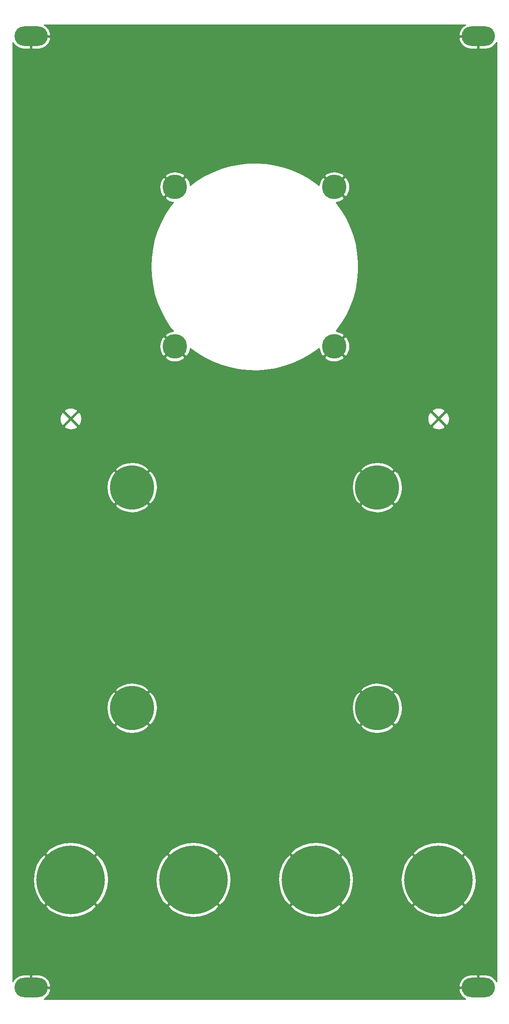
<source format=gbl>
G04 #@! TF.GenerationSoftware,KiCad,Pcbnew,6.0.5-a6ca702e91~116~ubuntu20.04.1*
G04 #@! TF.CreationDate,2022-06-21T20:30:45-04:00*
G04 #@! TF.ProjectId,joystick_panel,6a6f7973-7469-4636-9b5f-70616e656c2e,rev?*
G04 #@! TF.SameCoordinates,Original*
G04 #@! TF.FileFunction,Copper,L2,Bot*
G04 #@! TF.FilePolarity,Positive*
%FSLAX46Y46*%
G04 Gerber Fmt 4.6, Leading zero omitted, Abs format (unit mm)*
G04 Created by KiCad (PCBNEW 6.0.5-a6ca702e91~116~ubuntu20.04.1) date 2022-06-21 20:30:45*
%MOMM*%
%LPD*%
G01*
G04 APERTURE LIST*
G04 #@! TA.AperFunction,ComponentPad*
%ADD10O,6.800000X4.000000*%
G04 #@! TD*
G04 #@! TA.AperFunction,ComponentPad*
%ADD11C,14.000000*%
G04 #@! TD*
G04 #@! TA.AperFunction,ComponentPad*
%ADD12C,9.000000*%
G04 #@! TD*
G04 #@! TA.AperFunction,ComponentPad*
%ADD13C,5.000000*%
G04 #@! TD*
G04 #@! TA.AperFunction,Conductor*
%ADD14C,0.254000*%
G04 #@! TD*
G04 APERTURE END LIST*
D10*
G04 #@! TO.P,H14,1*
G04 #@! TO.N,GND*
X111700000Y-10600000D03*
X111700000Y-204600000D03*
G04 #@! TD*
D11*
G04 #@! TO.P,H1,1*
G04 #@! TO.N,GND*
X78600000Y-182600000D03*
G04 #@! TD*
D10*
G04 #@! TO.P,H11,1*
G04 #@! TO.N,GND*
X20500000Y-10600000D03*
X20500000Y-204600000D03*
G04 #@! TD*
D11*
G04 #@! TO.P,H2,1*
G04 #@! TO.N,GND*
X28600000Y-182600000D03*
G04 #@! TD*
G04 #@! TO.P,H3,1*
G04 #@! TO.N,GND*
X103600000Y-182600000D03*
G04 #@! TD*
G04 #@! TO.P,H4,1*
G04 #@! TO.N,GND*
X53600000Y-182600000D03*
G04 #@! TD*
D12*
G04 #@! TO.P,H5,1*
G04 #@! TO.N,GND*
X41100000Y-102600000D03*
G04 #@! TD*
G04 #@! TO.P,H6,1*
G04 #@! TO.N,GND*
X91100000Y-102600000D03*
G04 #@! TD*
G04 #@! TO.P,H7,1*
G04 #@! TO.N,GND*
X41100000Y-147600000D03*
G04 #@! TD*
G04 #@! TO.P,H8,1*
G04 #@! TO.N,GND*
X91100000Y-147600000D03*
G04 #@! TD*
D13*
G04 #@! TO.P,H9,1*
G04 #@! TO.N,GND*
X49850000Y-41350000D03*
G04 #@! TD*
G04 #@! TO.P,H10,1*
G04 #@! TO.N,GND*
X82350000Y-41350000D03*
G04 #@! TD*
G04 #@! TO.P,H12,1*
G04 #@! TO.N,GND*
X49850000Y-73850000D03*
G04 #@! TD*
G04 #@! TO.P,H13,1*
G04 #@! TO.N,GND*
X82350000Y-73850000D03*
G04 #@! TD*
G04 #@! TO.N,GND*
D14*
X108730475Y-8479635D02*
X108346970Y-8826576D01*
X108038519Y-9241669D01*
X107816975Y-9708962D01*
X107720333Y-10062838D01*
X107827009Y-10473000D01*
X111573000Y-10473000D01*
X111573000Y-10453000D01*
X111827000Y-10453000D01*
X111827000Y-10473000D01*
X111847000Y-10473000D01*
X111847000Y-10727000D01*
X111827000Y-10727000D01*
X111827000Y-13235000D01*
X113227000Y-13235000D01*
X113738623Y-13159593D01*
X114225704Y-12985822D01*
X114669525Y-12720365D01*
X115053030Y-12373424D01*
X115361481Y-11958331D01*
X115415001Y-11845444D01*
X115415000Y-203354554D01*
X115361481Y-203241669D01*
X115053030Y-202826576D01*
X114669525Y-202479635D01*
X114225704Y-202214178D01*
X113738623Y-202040407D01*
X113227000Y-201965000D01*
X111827000Y-201965000D01*
X111827000Y-204473000D01*
X111847000Y-204473000D01*
X111847000Y-204727000D01*
X111827000Y-204727000D01*
X111827000Y-204747000D01*
X111573000Y-204747000D01*
X111573000Y-204727000D01*
X107827009Y-204727000D01*
X107720333Y-205137162D01*
X107816975Y-205491038D01*
X108038519Y-205958331D01*
X108346970Y-206373424D01*
X108730475Y-206720365D01*
X109055888Y-206915000D01*
X23144112Y-206915000D01*
X23469525Y-206720365D01*
X23853030Y-206373424D01*
X24161481Y-205958331D01*
X24383025Y-205491038D01*
X24479667Y-205137162D01*
X24372991Y-204727000D01*
X20627000Y-204727000D01*
X20627000Y-204747000D01*
X20373000Y-204747000D01*
X20373000Y-204727000D01*
X20353000Y-204727000D01*
X20353000Y-204473000D01*
X20373000Y-204473000D01*
X20373000Y-201965000D01*
X20627000Y-201965000D01*
X20627000Y-204473000D01*
X24372991Y-204473000D01*
X24479667Y-204062838D01*
X107720333Y-204062838D01*
X107827009Y-204473000D01*
X111573000Y-204473000D01*
X111573000Y-201965000D01*
X110173000Y-201965000D01*
X109661377Y-202040407D01*
X109174296Y-202214178D01*
X108730475Y-202479635D01*
X108346970Y-202826576D01*
X108038519Y-203241669D01*
X107816975Y-203708962D01*
X107720333Y-204062838D01*
X24479667Y-204062838D01*
X24383025Y-203708962D01*
X24161481Y-203241669D01*
X23853030Y-202826576D01*
X23469525Y-202479635D01*
X23025704Y-202214178D01*
X22538623Y-202040407D01*
X22027000Y-201965000D01*
X20627000Y-201965000D01*
X20373000Y-201965000D01*
X18973000Y-201965000D01*
X18461377Y-202040407D01*
X17974296Y-202214178D01*
X17530475Y-202479635D01*
X17146970Y-202826576D01*
X16838519Y-203241669D01*
X16785000Y-203354554D01*
X16785000Y-188001674D01*
X23377932Y-188001674D01*
X24193908Y-188880530D01*
X25503840Y-189619437D01*
X26932756Y-190088591D01*
X28425743Y-190269963D01*
X29925428Y-190156583D01*
X31374176Y-189752807D01*
X32716314Y-189074153D01*
X33006092Y-188880530D01*
X33822068Y-188001674D01*
X48377932Y-188001674D01*
X49193908Y-188880530D01*
X50503840Y-189619437D01*
X51932756Y-190088591D01*
X53425743Y-190269963D01*
X54925428Y-190156583D01*
X56374176Y-189752807D01*
X57716314Y-189074153D01*
X58006092Y-188880530D01*
X58822068Y-188001674D01*
X73377932Y-188001674D01*
X74193908Y-188880530D01*
X75503840Y-189619437D01*
X76932756Y-190088591D01*
X78425743Y-190269963D01*
X79925428Y-190156583D01*
X81374176Y-189752807D01*
X82716314Y-189074153D01*
X83006092Y-188880530D01*
X83822068Y-188001674D01*
X98377932Y-188001674D01*
X99193908Y-188880530D01*
X100503840Y-189619437D01*
X101932756Y-190088591D01*
X103425743Y-190269963D01*
X104925428Y-190156583D01*
X106374176Y-189752807D01*
X107716314Y-189074153D01*
X108006092Y-188880530D01*
X108822068Y-188001674D01*
X103600000Y-182779605D01*
X98377932Y-188001674D01*
X83822068Y-188001674D01*
X78600000Y-182779605D01*
X73377932Y-188001674D01*
X58822068Y-188001674D01*
X53600000Y-182779605D01*
X48377932Y-188001674D01*
X33822068Y-188001674D01*
X28600000Y-182779605D01*
X23377932Y-188001674D01*
X16785000Y-188001674D01*
X16785000Y-182425743D01*
X20930037Y-182425743D01*
X21043417Y-183925428D01*
X21447193Y-185374176D01*
X22125847Y-186716314D01*
X22319470Y-187006092D01*
X23198326Y-187822068D01*
X28420395Y-182600000D01*
X28779605Y-182600000D01*
X34001674Y-187822068D01*
X34880530Y-187006092D01*
X35619437Y-185696160D01*
X36088591Y-184267244D01*
X36269963Y-182774257D01*
X36243615Y-182425743D01*
X45930037Y-182425743D01*
X46043417Y-183925428D01*
X46447193Y-185374176D01*
X47125847Y-186716314D01*
X47319470Y-187006092D01*
X48198326Y-187822068D01*
X53420395Y-182600000D01*
X53779605Y-182600000D01*
X59001674Y-187822068D01*
X59880530Y-187006092D01*
X60619437Y-185696160D01*
X61088591Y-184267244D01*
X61269963Y-182774257D01*
X61243615Y-182425743D01*
X70930037Y-182425743D01*
X71043417Y-183925428D01*
X71447193Y-185374176D01*
X72125847Y-186716314D01*
X72319470Y-187006092D01*
X73198326Y-187822068D01*
X78420395Y-182600000D01*
X78779605Y-182600000D01*
X84001674Y-187822068D01*
X84880530Y-187006092D01*
X85619437Y-185696160D01*
X86088591Y-184267244D01*
X86269963Y-182774257D01*
X86243615Y-182425743D01*
X95930037Y-182425743D01*
X96043417Y-183925428D01*
X96447193Y-185374176D01*
X97125847Y-186716314D01*
X97319470Y-187006092D01*
X98198326Y-187822068D01*
X103420395Y-182600000D01*
X103779605Y-182600000D01*
X109001674Y-187822068D01*
X109880530Y-187006092D01*
X110619437Y-185696160D01*
X111088591Y-184267244D01*
X111269963Y-182774257D01*
X111156583Y-181274572D01*
X110752807Y-179825824D01*
X110074153Y-178483686D01*
X109880530Y-178193908D01*
X109001674Y-177377932D01*
X103779605Y-182600000D01*
X103420395Y-182600000D01*
X98198326Y-177377932D01*
X97319470Y-178193908D01*
X96580563Y-179503840D01*
X96111409Y-180932756D01*
X95930037Y-182425743D01*
X86243615Y-182425743D01*
X86156583Y-181274572D01*
X85752807Y-179825824D01*
X85074153Y-178483686D01*
X84880530Y-178193908D01*
X84001674Y-177377932D01*
X78779605Y-182600000D01*
X78420395Y-182600000D01*
X73198326Y-177377932D01*
X72319470Y-178193908D01*
X71580563Y-179503840D01*
X71111409Y-180932756D01*
X70930037Y-182425743D01*
X61243615Y-182425743D01*
X61156583Y-181274572D01*
X60752807Y-179825824D01*
X60074153Y-178483686D01*
X59880530Y-178193908D01*
X59001674Y-177377932D01*
X53779605Y-182600000D01*
X53420395Y-182600000D01*
X48198326Y-177377932D01*
X47319470Y-178193908D01*
X46580563Y-179503840D01*
X46111409Y-180932756D01*
X45930037Y-182425743D01*
X36243615Y-182425743D01*
X36156583Y-181274572D01*
X35752807Y-179825824D01*
X35074153Y-178483686D01*
X34880530Y-178193908D01*
X34001674Y-177377932D01*
X28779605Y-182600000D01*
X28420395Y-182600000D01*
X23198326Y-177377932D01*
X22319470Y-178193908D01*
X21580563Y-179503840D01*
X21111409Y-180932756D01*
X20930037Y-182425743D01*
X16785000Y-182425743D01*
X16785000Y-177198326D01*
X23377932Y-177198326D01*
X28600000Y-182420395D01*
X33822068Y-177198326D01*
X48377932Y-177198326D01*
X53600000Y-182420395D01*
X58822068Y-177198326D01*
X73377932Y-177198326D01*
X78600000Y-182420395D01*
X83822068Y-177198326D01*
X98377932Y-177198326D01*
X103600000Y-182420395D01*
X108822068Y-177198326D01*
X108006092Y-176319470D01*
X106696160Y-175580563D01*
X105267244Y-175111409D01*
X103774257Y-174930037D01*
X102274572Y-175043417D01*
X100825824Y-175447193D01*
X99483686Y-176125847D01*
X99193908Y-176319470D01*
X98377932Y-177198326D01*
X83822068Y-177198326D01*
X83006092Y-176319470D01*
X81696160Y-175580563D01*
X80267244Y-175111409D01*
X78774257Y-174930037D01*
X77274572Y-175043417D01*
X75825824Y-175447193D01*
X74483686Y-176125847D01*
X74193908Y-176319470D01*
X73377932Y-177198326D01*
X58822068Y-177198326D01*
X58006092Y-176319470D01*
X56696160Y-175580563D01*
X55267244Y-175111409D01*
X53774257Y-174930037D01*
X52274572Y-175043417D01*
X50825824Y-175447193D01*
X49483686Y-176125847D01*
X49193908Y-176319470D01*
X48377932Y-177198326D01*
X33822068Y-177198326D01*
X33006092Y-176319470D01*
X31696160Y-175580563D01*
X30267244Y-175111409D01*
X28774257Y-174930037D01*
X27274572Y-175043417D01*
X25825824Y-175447193D01*
X24483686Y-176125847D01*
X24193908Y-176319470D01*
X23377932Y-177198326D01*
X16785000Y-177198326D01*
X16785000Y-151224971D01*
X37654634Y-151224971D01*
X38170783Y-151847788D01*
X39055768Y-152337630D01*
X40019314Y-152645407D01*
X41024389Y-152759293D01*
X42032370Y-152674910D01*
X43004520Y-152395501D01*
X43903481Y-151931803D01*
X44029217Y-151847788D01*
X44545366Y-151224971D01*
X87654634Y-151224971D01*
X88170783Y-151847788D01*
X89055768Y-152337630D01*
X90019314Y-152645407D01*
X91024389Y-152759293D01*
X92032370Y-152674910D01*
X93004520Y-152395501D01*
X93903481Y-151931803D01*
X94029217Y-151847788D01*
X94545366Y-151224971D01*
X91100000Y-147779605D01*
X87654634Y-151224971D01*
X44545366Y-151224971D01*
X41100000Y-147779605D01*
X37654634Y-151224971D01*
X16785000Y-151224971D01*
X16785000Y-147524389D01*
X35940707Y-147524389D01*
X36025090Y-148532370D01*
X36304499Y-149504520D01*
X36768197Y-150403481D01*
X36852212Y-150529217D01*
X37475029Y-151045366D01*
X40920395Y-147600000D01*
X41279605Y-147600000D01*
X44724971Y-151045366D01*
X45347788Y-150529217D01*
X45837630Y-149644232D01*
X46145407Y-148680686D01*
X46259293Y-147675611D01*
X46246634Y-147524389D01*
X85940707Y-147524389D01*
X86025090Y-148532370D01*
X86304499Y-149504520D01*
X86768197Y-150403481D01*
X86852212Y-150529217D01*
X87475029Y-151045366D01*
X90920395Y-147600000D01*
X91279605Y-147600000D01*
X94724971Y-151045366D01*
X95347788Y-150529217D01*
X95837630Y-149644232D01*
X96145407Y-148680686D01*
X96259293Y-147675611D01*
X96174910Y-146667630D01*
X95895501Y-145695480D01*
X95431803Y-144796519D01*
X95347788Y-144670783D01*
X94724971Y-144154634D01*
X91279605Y-147600000D01*
X90920395Y-147600000D01*
X87475029Y-144154634D01*
X86852212Y-144670783D01*
X86362370Y-145555768D01*
X86054593Y-146519314D01*
X85940707Y-147524389D01*
X46246634Y-147524389D01*
X46174910Y-146667630D01*
X45895501Y-145695480D01*
X45431803Y-144796519D01*
X45347788Y-144670783D01*
X44724971Y-144154634D01*
X41279605Y-147600000D01*
X40920395Y-147600000D01*
X37475029Y-144154634D01*
X36852212Y-144670783D01*
X36362370Y-145555768D01*
X36054593Y-146519314D01*
X35940707Y-147524389D01*
X16785000Y-147524389D01*
X16785000Y-143975029D01*
X37654634Y-143975029D01*
X41100000Y-147420395D01*
X44545366Y-143975029D01*
X87654634Y-143975029D01*
X91100000Y-147420395D01*
X94545366Y-143975029D01*
X94029217Y-143352212D01*
X93144232Y-142862370D01*
X92180686Y-142554593D01*
X91175611Y-142440707D01*
X90167630Y-142525090D01*
X89195480Y-142804499D01*
X88296519Y-143268197D01*
X88170783Y-143352212D01*
X87654634Y-143975029D01*
X44545366Y-143975029D01*
X44029217Y-143352212D01*
X43144232Y-142862370D01*
X42180686Y-142554593D01*
X41175611Y-142440707D01*
X40167630Y-142525090D01*
X39195480Y-142804499D01*
X38296519Y-143268197D01*
X38170783Y-143352212D01*
X37654634Y-143975029D01*
X16785000Y-143975029D01*
X16785000Y-106224971D01*
X37654634Y-106224971D01*
X38170783Y-106847788D01*
X39055768Y-107337630D01*
X40019314Y-107645407D01*
X41024389Y-107759293D01*
X42032370Y-107674910D01*
X43004520Y-107395501D01*
X43903481Y-106931803D01*
X44029217Y-106847788D01*
X44545366Y-106224971D01*
X87654634Y-106224971D01*
X88170783Y-106847788D01*
X89055768Y-107337630D01*
X90019314Y-107645407D01*
X91024389Y-107759293D01*
X92032370Y-107674910D01*
X93004520Y-107395501D01*
X93903481Y-106931803D01*
X94029217Y-106847788D01*
X94545366Y-106224971D01*
X91100000Y-102779605D01*
X87654634Y-106224971D01*
X44545366Y-106224971D01*
X41100000Y-102779605D01*
X37654634Y-106224971D01*
X16785000Y-106224971D01*
X16785000Y-102524389D01*
X35940707Y-102524389D01*
X36025090Y-103532370D01*
X36304499Y-104504520D01*
X36768197Y-105403481D01*
X36852212Y-105529217D01*
X37475029Y-106045366D01*
X40920395Y-102600000D01*
X41279605Y-102600000D01*
X44724971Y-106045366D01*
X45347788Y-105529217D01*
X45837630Y-104644232D01*
X46145407Y-103680686D01*
X46259293Y-102675611D01*
X46246634Y-102524389D01*
X85940707Y-102524389D01*
X86025090Y-103532370D01*
X86304499Y-104504520D01*
X86768197Y-105403481D01*
X86852212Y-105529217D01*
X87475029Y-106045366D01*
X90920395Y-102600000D01*
X91279605Y-102600000D01*
X94724971Y-106045366D01*
X95347788Y-105529217D01*
X95837630Y-104644232D01*
X96145407Y-103680686D01*
X96259293Y-102675611D01*
X96174910Y-101667630D01*
X95895501Y-100695480D01*
X95431803Y-99796519D01*
X95347788Y-99670783D01*
X94724971Y-99154634D01*
X91279605Y-102600000D01*
X90920395Y-102600000D01*
X87475029Y-99154634D01*
X86852212Y-99670783D01*
X86362370Y-100555768D01*
X86054593Y-101519314D01*
X85940707Y-102524389D01*
X46246634Y-102524389D01*
X46174910Y-101667630D01*
X45895501Y-100695480D01*
X45431803Y-99796519D01*
X45347788Y-99670783D01*
X44724971Y-99154634D01*
X41279605Y-102600000D01*
X40920395Y-102600000D01*
X37475029Y-99154634D01*
X36852212Y-99670783D01*
X36362370Y-100555768D01*
X36054593Y-101519314D01*
X35940707Y-102524389D01*
X16785000Y-102524389D01*
X16785000Y-98975029D01*
X37654634Y-98975029D01*
X41100000Y-102420395D01*
X44545366Y-98975029D01*
X87654634Y-98975029D01*
X91100000Y-102420395D01*
X94545366Y-98975029D01*
X94029217Y-98352212D01*
X93144232Y-97862370D01*
X92180686Y-97554593D01*
X91175611Y-97440707D01*
X90167630Y-97525090D01*
X89195480Y-97804499D01*
X88296519Y-98268197D01*
X88170783Y-98352212D01*
X87654634Y-98975029D01*
X44545366Y-98975029D01*
X44029217Y-98352212D01*
X43144232Y-97862370D01*
X42180686Y-97554593D01*
X41175611Y-97440707D01*
X40167630Y-97525090D01*
X39195480Y-97804499D01*
X38296519Y-98268197D01*
X38170783Y-98352212D01*
X37654634Y-98975029D01*
X16785000Y-98975029D01*
X16785000Y-90162845D01*
X27216761Y-90162845D01*
X27384802Y-90488643D01*
X27776607Y-90689426D01*
X28200055Y-90809914D01*
X28638873Y-90845476D01*
X29076197Y-90794746D01*
X29495221Y-90659674D01*
X29815198Y-90488643D01*
X29983239Y-90162845D01*
X102216761Y-90162845D01*
X102384802Y-90488643D01*
X102776607Y-90689426D01*
X103200055Y-90809914D01*
X103638873Y-90845476D01*
X104076197Y-90794746D01*
X104495221Y-90659674D01*
X104815198Y-90488643D01*
X104983239Y-90162845D01*
X103600000Y-88779605D01*
X102216761Y-90162845D01*
X29983239Y-90162845D01*
X28600000Y-88779605D01*
X27216761Y-90162845D01*
X16785000Y-90162845D01*
X16785000Y-88638873D01*
X26354524Y-88638873D01*
X26405254Y-89076197D01*
X26540326Y-89495221D01*
X26711357Y-89815198D01*
X27037155Y-89983239D01*
X28420395Y-88600000D01*
X28779605Y-88600000D01*
X30162845Y-89983239D01*
X30488643Y-89815198D01*
X30689426Y-89423393D01*
X30809914Y-88999945D01*
X30839175Y-88638873D01*
X101354524Y-88638873D01*
X101405254Y-89076197D01*
X101540326Y-89495221D01*
X101711357Y-89815198D01*
X102037155Y-89983239D01*
X103420395Y-88600000D01*
X103779605Y-88600000D01*
X105162845Y-89983239D01*
X105488643Y-89815198D01*
X105689426Y-89423393D01*
X105809914Y-88999945D01*
X105845476Y-88561127D01*
X105794746Y-88123803D01*
X105659674Y-87704779D01*
X105488643Y-87384802D01*
X105162845Y-87216761D01*
X103779605Y-88600000D01*
X103420395Y-88600000D01*
X102037155Y-87216761D01*
X101711357Y-87384802D01*
X101510574Y-87776607D01*
X101390086Y-88200055D01*
X101354524Y-88638873D01*
X30839175Y-88638873D01*
X30845476Y-88561127D01*
X30794746Y-88123803D01*
X30659674Y-87704779D01*
X30488643Y-87384802D01*
X30162845Y-87216761D01*
X28779605Y-88600000D01*
X28420395Y-88600000D01*
X27037155Y-87216761D01*
X26711357Y-87384802D01*
X26510574Y-87776607D01*
X26390086Y-88200055D01*
X26354524Y-88638873D01*
X16785000Y-88638873D01*
X16785000Y-87037155D01*
X27216761Y-87037155D01*
X28600000Y-88420395D01*
X29983239Y-87037155D01*
X102216761Y-87037155D01*
X103600000Y-88420395D01*
X104983239Y-87037155D01*
X104815198Y-86711357D01*
X104423393Y-86510574D01*
X103999945Y-86390086D01*
X103561127Y-86354524D01*
X103123803Y-86405254D01*
X102704779Y-86540326D01*
X102384802Y-86711357D01*
X102216761Y-87037155D01*
X29983239Y-87037155D01*
X29815198Y-86711357D01*
X29423393Y-86510574D01*
X28999945Y-86390086D01*
X28561127Y-86354524D01*
X28123803Y-86405254D01*
X27704779Y-86540326D01*
X27384802Y-86711357D01*
X27216761Y-87037155D01*
X16785000Y-87037155D01*
X16785000Y-76053148D01*
X47826457Y-76053148D01*
X48102627Y-76471118D01*
X48647557Y-76761649D01*
X49238696Y-76940287D01*
X49853328Y-77000168D01*
X50467831Y-76938990D01*
X51058592Y-76759103D01*
X51597373Y-76471118D01*
X51873543Y-76053148D01*
X49850000Y-74029605D01*
X47826457Y-76053148D01*
X16785000Y-76053148D01*
X16785000Y-73853328D01*
X46699832Y-73853328D01*
X46761010Y-74467831D01*
X46940897Y-75058592D01*
X47228882Y-75597373D01*
X47646852Y-75873543D01*
X49670395Y-73850000D01*
X47646852Y-71826457D01*
X47228882Y-72102627D01*
X46938351Y-72647557D01*
X46759713Y-73238696D01*
X46699832Y-73853328D01*
X16785000Y-73853328D01*
X16785000Y-57600000D01*
X44895000Y-57600000D01*
X44977979Y-59474100D01*
X45226266Y-61333533D01*
X45637919Y-63163746D01*
X46209715Y-64950415D01*
X46937180Y-66679557D01*
X47814619Y-68337639D01*
X48835167Y-69911684D01*
X49480101Y-70736327D01*
X49232169Y-70761010D01*
X48641408Y-70940897D01*
X48102627Y-71228882D01*
X47826457Y-71646852D01*
X49850000Y-73670395D01*
X49864143Y-73656253D01*
X50043748Y-73835858D01*
X50029605Y-73850000D01*
X52053148Y-75873543D01*
X52471118Y-75597373D01*
X52761649Y-75052443D01*
X52940287Y-74461304D01*
X52962936Y-74228826D01*
X54173263Y-75132968D01*
X55769500Y-76118445D01*
X57446587Y-76958989D01*
X59191399Y-77648024D01*
X60990280Y-78180155D01*
X62829151Y-78551219D01*
X64693622Y-78758311D01*
X66569099Y-78799811D01*
X68440905Y-78675393D01*
X70294390Y-78386032D01*
X72115048Y-77933992D01*
X73888630Y-77322811D01*
X75601256Y-76557272D01*
X76504948Y-76053148D01*
X80326457Y-76053148D01*
X80602627Y-76471118D01*
X81147557Y-76761649D01*
X81738696Y-76940287D01*
X82353328Y-77000168D01*
X82967831Y-76938990D01*
X83558592Y-76759103D01*
X84097373Y-76471118D01*
X84373543Y-76053148D01*
X82350000Y-74029605D01*
X80326457Y-76053148D01*
X76504948Y-76053148D01*
X77239522Y-75643367D01*
X78790605Y-74588248D01*
X79236657Y-74223214D01*
X79261010Y-74467831D01*
X79440897Y-75058592D01*
X79728882Y-75597373D01*
X80146852Y-75873543D01*
X82170395Y-73850000D01*
X82529605Y-73850000D01*
X84553148Y-75873543D01*
X84971118Y-75597373D01*
X85261649Y-75052443D01*
X85440287Y-74461304D01*
X85500168Y-73846672D01*
X85438990Y-73232169D01*
X85259103Y-72641408D01*
X84971118Y-72102627D01*
X84553148Y-71826457D01*
X82529605Y-73850000D01*
X82170395Y-73850000D01*
X82156253Y-73835858D01*
X82335858Y-73656253D01*
X82350000Y-73670395D01*
X84373543Y-71646852D01*
X84097373Y-71228882D01*
X83552443Y-70938351D01*
X82961304Y-70759713D01*
X82739342Y-70738088D01*
X82803348Y-70663315D01*
X83892522Y-69135953D01*
X84842445Y-67518305D01*
X85645683Y-65823034D01*
X86295950Y-64063406D01*
X86788156Y-62253194D01*
X87118450Y-60406563D01*
X87284245Y-58537968D01*
X87284245Y-56662032D01*
X87118450Y-54793437D01*
X86788156Y-52946806D01*
X86295950Y-51136594D01*
X85645683Y-49376966D01*
X84842445Y-47681695D01*
X83892522Y-46064047D01*
X82803348Y-44536685D01*
X82739205Y-44461751D01*
X82967831Y-44438990D01*
X83558592Y-44259103D01*
X84097373Y-43971118D01*
X84373543Y-43553148D01*
X82350000Y-41529605D01*
X82335858Y-41543748D01*
X82156253Y-41364143D01*
X82170395Y-41350000D01*
X82529605Y-41350000D01*
X84553148Y-43373543D01*
X84971118Y-43097373D01*
X85261649Y-42552443D01*
X85440287Y-41961304D01*
X85500168Y-41346672D01*
X85438990Y-40732169D01*
X85259103Y-40141408D01*
X84971118Y-39602627D01*
X84553148Y-39326457D01*
X82529605Y-41350000D01*
X82170395Y-41350000D01*
X80146852Y-39326457D01*
X79728882Y-39602627D01*
X79438351Y-40147557D01*
X79259713Y-40738696D01*
X79236527Y-40976680D01*
X78790605Y-40611752D01*
X77239522Y-39556633D01*
X76504949Y-39146852D01*
X80326457Y-39146852D01*
X82350000Y-41170395D01*
X84373543Y-39146852D01*
X84097373Y-38728882D01*
X83552443Y-38438351D01*
X82961304Y-38259713D01*
X82346672Y-38199832D01*
X81732169Y-38261010D01*
X81141408Y-38440897D01*
X80602627Y-38728882D01*
X80326457Y-39146852D01*
X76504949Y-39146852D01*
X75601256Y-38642728D01*
X73888630Y-37877189D01*
X72115048Y-37266008D01*
X70294390Y-36813968D01*
X68440905Y-36524607D01*
X66569099Y-36400189D01*
X64693622Y-36441689D01*
X62829151Y-36648781D01*
X60990280Y-37019845D01*
X59191399Y-37551976D01*
X57446587Y-38241011D01*
X55769500Y-39081555D01*
X54173263Y-40067032D01*
X52962795Y-40971279D01*
X52938990Y-40732169D01*
X52759103Y-40141408D01*
X52471118Y-39602627D01*
X52053148Y-39326457D01*
X50029605Y-41350000D01*
X50043748Y-41364143D01*
X49864143Y-41543748D01*
X49850000Y-41529605D01*
X47826457Y-43553148D01*
X48102627Y-43971118D01*
X48647557Y-44261649D01*
X49238696Y-44440287D01*
X49480005Y-44463797D01*
X48835167Y-45288316D01*
X47814619Y-46862361D01*
X46937180Y-48520443D01*
X46209715Y-50249585D01*
X45637919Y-52036254D01*
X45226266Y-53866467D01*
X44977979Y-55725900D01*
X44895000Y-57600000D01*
X16785000Y-57600000D01*
X16785000Y-41353328D01*
X46699832Y-41353328D01*
X46761010Y-41967831D01*
X46940897Y-42558592D01*
X47228882Y-43097373D01*
X47646852Y-43373543D01*
X49670395Y-41350000D01*
X47646852Y-39326457D01*
X47228882Y-39602627D01*
X46938351Y-40147557D01*
X46759713Y-40738696D01*
X46699832Y-41353328D01*
X16785000Y-41353328D01*
X16785000Y-39146852D01*
X47826457Y-39146852D01*
X49850000Y-41170395D01*
X51873543Y-39146852D01*
X51597373Y-38728882D01*
X51052443Y-38438351D01*
X50461304Y-38259713D01*
X49846672Y-38199832D01*
X49232169Y-38261010D01*
X48641408Y-38440897D01*
X48102627Y-38728882D01*
X47826457Y-39146852D01*
X16785000Y-39146852D01*
X16785000Y-11845446D01*
X16838519Y-11958331D01*
X17146970Y-12373424D01*
X17530475Y-12720365D01*
X17974296Y-12985822D01*
X18461377Y-13159593D01*
X18973000Y-13235000D01*
X20373000Y-13235000D01*
X20373000Y-10727000D01*
X20627000Y-10727000D01*
X20627000Y-13235000D01*
X22027000Y-13235000D01*
X22538623Y-13159593D01*
X23025704Y-12985822D01*
X23469525Y-12720365D01*
X23853030Y-12373424D01*
X24161481Y-11958331D01*
X24383025Y-11491038D01*
X24479667Y-11137162D01*
X107720333Y-11137162D01*
X107816975Y-11491038D01*
X108038519Y-11958331D01*
X108346970Y-12373424D01*
X108730475Y-12720365D01*
X109174296Y-12985822D01*
X109661377Y-13159593D01*
X110173000Y-13235000D01*
X111573000Y-13235000D01*
X111573000Y-10727000D01*
X107827009Y-10727000D01*
X107720333Y-11137162D01*
X24479667Y-11137162D01*
X24372991Y-10727000D01*
X20627000Y-10727000D01*
X20373000Y-10727000D01*
X20353000Y-10727000D01*
X20353000Y-10473000D01*
X20373000Y-10473000D01*
X20373000Y-10453000D01*
X20627000Y-10453000D01*
X20627000Y-10473000D01*
X24372991Y-10473000D01*
X24479667Y-10062838D01*
X24383025Y-9708962D01*
X24161481Y-9241669D01*
X23853030Y-8826576D01*
X23469525Y-8479635D01*
X23144112Y-8285000D01*
X109055888Y-8285000D01*
X108730475Y-8479635D01*
X108730475Y-8479635D02*
X109055888Y-8285000D01*
G04 #@! TA.AperFunction,Conductor*
G36*
X108730475Y-8479635D02*
G01*
X108346970Y-8826576D01*
X108038519Y-9241669D01*
X107816975Y-9708962D01*
X107720333Y-10062838D01*
X107827009Y-10473000D01*
X111573000Y-10473000D01*
X111573000Y-10453000D01*
X111827000Y-10453000D01*
X111827000Y-10473000D01*
X111847000Y-10473000D01*
X111847000Y-10727000D01*
X111827000Y-10727000D01*
X111827000Y-13235000D01*
X113227000Y-13235000D01*
X113738623Y-13159593D01*
X114225704Y-12985822D01*
X114669525Y-12720365D01*
X115053030Y-12373424D01*
X115361481Y-11958331D01*
X115415001Y-11845444D01*
X115415000Y-203354554D01*
X115361481Y-203241669D01*
X115053030Y-202826576D01*
X114669525Y-202479635D01*
X114225704Y-202214178D01*
X113738623Y-202040407D01*
X113227000Y-201965000D01*
X111827000Y-201965000D01*
X111827000Y-204473000D01*
X111847000Y-204473000D01*
X111847000Y-204727000D01*
X111827000Y-204727000D01*
X111827000Y-204747000D01*
X111573000Y-204747000D01*
X111573000Y-204727000D01*
X107827009Y-204727000D01*
X107720333Y-205137162D01*
X107816975Y-205491038D01*
X108038519Y-205958331D01*
X108346970Y-206373424D01*
X108730475Y-206720365D01*
X109055888Y-206915000D01*
X23144112Y-206915000D01*
X23469525Y-206720365D01*
X23853030Y-206373424D01*
X24161481Y-205958331D01*
X24383025Y-205491038D01*
X24479667Y-205137162D01*
X24372991Y-204727000D01*
X20627000Y-204727000D01*
X20627000Y-204747000D01*
X20373000Y-204747000D01*
X20373000Y-204727000D01*
X20353000Y-204727000D01*
X20353000Y-204473000D01*
X20373000Y-204473000D01*
X20373000Y-201965000D01*
X20627000Y-201965000D01*
X20627000Y-204473000D01*
X24372991Y-204473000D01*
X24479667Y-204062838D01*
X107720333Y-204062838D01*
X107827009Y-204473000D01*
X111573000Y-204473000D01*
X111573000Y-201965000D01*
X110173000Y-201965000D01*
X109661377Y-202040407D01*
X109174296Y-202214178D01*
X108730475Y-202479635D01*
X108346970Y-202826576D01*
X108038519Y-203241669D01*
X107816975Y-203708962D01*
X107720333Y-204062838D01*
X24479667Y-204062838D01*
X24383025Y-203708962D01*
X24161481Y-203241669D01*
X23853030Y-202826576D01*
X23469525Y-202479635D01*
X23025704Y-202214178D01*
X22538623Y-202040407D01*
X22027000Y-201965000D01*
X20627000Y-201965000D01*
X20373000Y-201965000D01*
X18973000Y-201965000D01*
X18461377Y-202040407D01*
X17974296Y-202214178D01*
X17530475Y-202479635D01*
X17146970Y-202826576D01*
X16838519Y-203241669D01*
X16785000Y-203354554D01*
X16785000Y-188001674D01*
X23377932Y-188001674D01*
X24193908Y-188880530D01*
X25503840Y-189619437D01*
X26932756Y-190088591D01*
X28425743Y-190269963D01*
X29925428Y-190156583D01*
X31374176Y-189752807D01*
X32716314Y-189074153D01*
X33006092Y-188880530D01*
X33822068Y-188001674D01*
X48377932Y-188001674D01*
X49193908Y-188880530D01*
X50503840Y-189619437D01*
X51932756Y-190088591D01*
X53425743Y-190269963D01*
X54925428Y-190156583D01*
X56374176Y-189752807D01*
X57716314Y-189074153D01*
X58006092Y-188880530D01*
X58822068Y-188001674D01*
X73377932Y-188001674D01*
X74193908Y-188880530D01*
X75503840Y-189619437D01*
X76932756Y-190088591D01*
X78425743Y-190269963D01*
X79925428Y-190156583D01*
X81374176Y-189752807D01*
X82716314Y-189074153D01*
X83006092Y-188880530D01*
X83822068Y-188001674D01*
X98377932Y-188001674D01*
X99193908Y-188880530D01*
X100503840Y-189619437D01*
X101932756Y-190088591D01*
X103425743Y-190269963D01*
X104925428Y-190156583D01*
X106374176Y-189752807D01*
X107716314Y-189074153D01*
X108006092Y-188880530D01*
X108822068Y-188001674D01*
X103600000Y-182779605D01*
X98377932Y-188001674D01*
X83822068Y-188001674D01*
X78600000Y-182779605D01*
X73377932Y-188001674D01*
X58822068Y-188001674D01*
X53600000Y-182779605D01*
X48377932Y-188001674D01*
X33822068Y-188001674D01*
X28600000Y-182779605D01*
X23377932Y-188001674D01*
X16785000Y-188001674D01*
X16785000Y-182425743D01*
X20930037Y-182425743D01*
X21043417Y-183925428D01*
X21447193Y-185374176D01*
X22125847Y-186716314D01*
X22319470Y-187006092D01*
X23198326Y-187822068D01*
X28420395Y-182600000D01*
X28779605Y-182600000D01*
X34001674Y-187822068D01*
X34880530Y-187006092D01*
X35619437Y-185696160D01*
X36088591Y-184267244D01*
X36269963Y-182774257D01*
X36243615Y-182425743D01*
X45930037Y-182425743D01*
X46043417Y-183925428D01*
X46447193Y-185374176D01*
X47125847Y-186716314D01*
X47319470Y-187006092D01*
X48198326Y-187822068D01*
X53420395Y-182600000D01*
X53779605Y-182600000D01*
X59001674Y-187822068D01*
X59880530Y-187006092D01*
X60619437Y-185696160D01*
X61088591Y-184267244D01*
X61269963Y-182774257D01*
X61243615Y-182425743D01*
X70930037Y-182425743D01*
X71043417Y-183925428D01*
X71447193Y-185374176D01*
X72125847Y-186716314D01*
X72319470Y-187006092D01*
X73198326Y-187822068D01*
X78420395Y-182600000D01*
X78779605Y-182600000D01*
X84001674Y-187822068D01*
X84880530Y-187006092D01*
X85619437Y-185696160D01*
X86088591Y-184267244D01*
X86269963Y-182774257D01*
X86243615Y-182425743D01*
X95930037Y-182425743D01*
X96043417Y-183925428D01*
X96447193Y-185374176D01*
X97125847Y-186716314D01*
X97319470Y-187006092D01*
X98198326Y-187822068D01*
X103420395Y-182600000D01*
X103779605Y-182600000D01*
X109001674Y-187822068D01*
X109880530Y-187006092D01*
X110619437Y-185696160D01*
X111088591Y-184267244D01*
X111269963Y-182774257D01*
X111156583Y-181274572D01*
X110752807Y-179825824D01*
X110074153Y-178483686D01*
X109880530Y-178193908D01*
X109001674Y-177377932D01*
X103779605Y-182600000D01*
X103420395Y-182600000D01*
X98198326Y-177377932D01*
X97319470Y-178193908D01*
X96580563Y-179503840D01*
X96111409Y-180932756D01*
X95930037Y-182425743D01*
X86243615Y-182425743D01*
X86156583Y-181274572D01*
X85752807Y-179825824D01*
X85074153Y-178483686D01*
X84880530Y-178193908D01*
X84001674Y-177377932D01*
X78779605Y-182600000D01*
X78420395Y-182600000D01*
X73198326Y-177377932D01*
X72319470Y-178193908D01*
X71580563Y-179503840D01*
X71111409Y-180932756D01*
X70930037Y-182425743D01*
X61243615Y-182425743D01*
X61156583Y-181274572D01*
X60752807Y-179825824D01*
X60074153Y-178483686D01*
X59880530Y-178193908D01*
X59001674Y-177377932D01*
X53779605Y-182600000D01*
X53420395Y-182600000D01*
X48198326Y-177377932D01*
X47319470Y-178193908D01*
X46580563Y-179503840D01*
X46111409Y-180932756D01*
X45930037Y-182425743D01*
X36243615Y-182425743D01*
X36156583Y-181274572D01*
X35752807Y-179825824D01*
X35074153Y-178483686D01*
X34880530Y-178193908D01*
X34001674Y-177377932D01*
X28779605Y-182600000D01*
X28420395Y-182600000D01*
X23198326Y-177377932D01*
X22319470Y-178193908D01*
X21580563Y-179503840D01*
X21111409Y-180932756D01*
X20930037Y-182425743D01*
X16785000Y-182425743D01*
X16785000Y-177198326D01*
X23377932Y-177198326D01*
X28600000Y-182420395D01*
X33822068Y-177198326D01*
X48377932Y-177198326D01*
X53600000Y-182420395D01*
X58822068Y-177198326D01*
X73377932Y-177198326D01*
X78600000Y-182420395D01*
X83822068Y-177198326D01*
X98377932Y-177198326D01*
X103600000Y-182420395D01*
X108822068Y-177198326D01*
X108006092Y-176319470D01*
X106696160Y-175580563D01*
X105267244Y-175111409D01*
X103774257Y-174930037D01*
X102274572Y-175043417D01*
X100825824Y-175447193D01*
X99483686Y-176125847D01*
X99193908Y-176319470D01*
X98377932Y-177198326D01*
X83822068Y-177198326D01*
X83006092Y-176319470D01*
X81696160Y-175580563D01*
X80267244Y-175111409D01*
X78774257Y-174930037D01*
X77274572Y-175043417D01*
X75825824Y-175447193D01*
X74483686Y-176125847D01*
X74193908Y-176319470D01*
X73377932Y-177198326D01*
X58822068Y-177198326D01*
X58006092Y-176319470D01*
X56696160Y-175580563D01*
X55267244Y-175111409D01*
X53774257Y-174930037D01*
X52274572Y-175043417D01*
X50825824Y-175447193D01*
X49483686Y-176125847D01*
X49193908Y-176319470D01*
X48377932Y-177198326D01*
X33822068Y-177198326D01*
X33006092Y-176319470D01*
X31696160Y-175580563D01*
X30267244Y-175111409D01*
X28774257Y-174930037D01*
X27274572Y-175043417D01*
X25825824Y-175447193D01*
X24483686Y-176125847D01*
X24193908Y-176319470D01*
X23377932Y-177198326D01*
X16785000Y-177198326D01*
X16785000Y-151224971D01*
X37654634Y-151224971D01*
X38170783Y-151847788D01*
X39055768Y-152337630D01*
X40019314Y-152645407D01*
X41024389Y-152759293D01*
X42032370Y-152674910D01*
X43004520Y-152395501D01*
X43903481Y-151931803D01*
X44029217Y-151847788D01*
X44545366Y-151224971D01*
X87654634Y-151224971D01*
X88170783Y-151847788D01*
X89055768Y-152337630D01*
X90019314Y-152645407D01*
X91024389Y-152759293D01*
X92032370Y-152674910D01*
X93004520Y-152395501D01*
X93903481Y-151931803D01*
X94029217Y-151847788D01*
X94545366Y-151224971D01*
X91100000Y-147779605D01*
X87654634Y-151224971D01*
X44545366Y-151224971D01*
X41100000Y-147779605D01*
X37654634Y-151224971D01*
X16785000Y-151224971D01*
X16785000Y-147524389D01*
X35940707Y-147524389D01*
X36025090Y-148532370D01*
X36304499Y-149504520D01*
X36768197Y-150403481D01*
X36852212Y-150529217D01*
X37475029Y-151045366D01*
X40920395Y-147600000D01*
X41279605Y-147600000D01*
X44724971Y-151045366D01*
X45347788Y-150529217D01*
X45837630Y-149644232D01*
X46145407Y-148680686D01*
X46259293Y-147675611D01*
X46246634Y-147524389D01*
X85940707Y-147524389D01*
X86025090Y-148532370D01*
X86304499Y-149504520D01*
X86768197Y-150403481D01*
X86852212Y-150529217D01*
X87475029Y-151045366D01*
X90920395Y-147600000D01*
X91279605Y-147600000D01*
X94724971Y-151045366D01*
X95347788Y-150529217D01*
X95837630Y-149644232D01*
X96145407Y-148680686D01*
X96259293Y-147675611D01*
X96174910Y-146667630D01*
X95895501Y-145695480D01*
X95431803Y-144796519D01*
X95347788Y-144670783D01*
X94724971Y-144154634D01*
X91279605Y-147600000D01*
X90920395Y-147600000D01*
X87475029Y-144154634D01*
X86852212Y-144670783D01*
X86362370Y-145555768D01*
X86054593Y-146519314D01*
X85940707Y-147524389D01*
X46246634Y-147524389D01*
X46174910Y-146667630D01*
X45895501Y-145695480D01*
X45431803Y-144796519D01*
X45347788Y-144670783D01*
X44724971Y-144154634D01*
X41279605Y-147600000D01*
X40920395Y-147600000D01*
X37475029Y-144154634D01*
X36852212Y-144670783D01*
X36362370Y-145555768D01*
X36054593Y-146519314D01*
X35940707Y-147524389D01*
X16785000Y-147524389D01*
X16785000Y-143975029D01*
X37654634Y-143975029D01*
X41100000Y-147420395D01*
X44545366Y-143975029D01*
X87654634Y-143975029D01*
X91100000Y-147420395D01*
X94545366Y-143975029D01*
X94029217Y-143352212D01*
X93144232Y-142862370D01*
X92180686Y-142554593D01*
X91175611Y-142440707D01*
X90167630Y-142525090D01*
X89195480Y-142804499D01*
X88296519Y-143268197D01*
X88170783Y-143352212D01*
X87654634Y-143975029D01*
X44545366Y-143975029D01*
X44029217Y-143352212D01*
X43144232Y-142862370D01*
X42180686Y-142554593D01*
X41175611Y-142440707D01*
X40167630Y-142525090D01*
X39195480Y-142804499D01*
X38296519Y-143268197D01*
X38170783Y-143352212D01*
X37654634Y-143975029D01*
X16785000Y-143975029D01*
X16785000Y-106224971D01*
X37654634Y-106224971D01*
X38170783Y-106847788D01*
X39055768Y-107337630D01*
X40019314Y-107645407D01*
X41024389Y-107759293D01*
X42032370Y-107674910D01*
X43004520Y-107395501D01*
X43903481Y-106931803D01*
X44029217Y-106847788D01*
X44545366Y-106224971D01*
X87654634Y-106224971D01*
X88170783Y-106847788D01*
X89055768Y-107337630D01*
X90019314Y-107645407D01*
X91024389Y-107759293D01*
X92032370Y-107674910D01*
X93004520Y-107395501D01*
X93903481Y-106931803D01*
X94029217Y-106847788D01*
X94545366Y-106224971D01*
X91100000Y-102779605D01*
X87654634Y-106224971D01*
X44545366Y-106224971D01*
X41100000Y-102779605D01*
X37654634Y-106224971D01*
X16785000Y-106224971D01*
X16785000Y-102524389D01*
X35940707Y-102524389D01*
X36025090Y-103532370D01*
X36304499Y-104504520D01*
X36768197Y-105403481D01*
X36852212Y-105529217D01*
X37475029Y-106045366D01*
X40920395Y-102600000D01*
X41279605Y-102600000D01*
X44724971Y-106045366D01*
X45347788Y-105529217D01*
X45837630Y-104644232D01*
X46145407Y-103680686D01*
X46259293Y-102675611D01*
X46246634Y-102524389D01*
X85940707Y-102524389D01*
X86025090Y-103532370D01*
X86304499Y-104504520D01*
X86768197Y-105403481D01*
X86852212Y-105529217D01*
X87475029Y-106045366D01*
X90920395Y-102600000D01*
X91279605Y-102600000D01*
X94724971Y-106045366D01*
X95347788Y-105529217D01*
X95837630Y-104644232D01*
X96145407Y-103680686D01*
X96259293Y-102675611D01*
X96174910Y-101667630D01*
X95895501Y-100695480D01*
X95431803Y-99796519D01*
X95347788Y-99670783D01*
X94724971Y-99154634D01*
X91279605Y-102600000D01*
X90920395Y-102600000D01*
X87475029Y-99154634D01*
X86852212Y-99670783D01*
X86362370Y-100555768D01*
X86054593Y-101519314D01*
X85940707Y-102524389D01*
X46246634Y-102524389D01*
X46174910Y-101667630D01*
X45895501Y-100695480D01*
X45431803Y-99796519D01*
X45347788Y-99670783D01*
X44724971Y-99154634D01*
X41279605Y-102600000D01*
X40920395Y-102600000D01*
X37475029Y-99154634D01*
X36852212Y-99670783D01*
X36362370Y-100555768D01*
X36054593Y-101519314D01*
X35940707Y-102524389D01*
X16785000Y-102524389D01*
X16785000Y-98975029D01*
X37654634Y-98975029D01*
X41100000Y-102420395D01*
X44545366Y-98975029D01*
X87654634Y-98975029D01*
X91100000Y-102420395D01*
X94545366Y-98975029D01*
X94029217Y-98352212D01*
X93144232Y-97862370D01*
X92180686Y-97554593D01*
X91175611Y-97440707D01*
X90167630Y-97525090D01*
X89195480Y-97804499D01*
X88296519Y-98268197D01*
X88170783Y-98352212D01*
X87654634Y-98975029D01*
X44545366Y-98975029D01*
X44029217Y-98352212D01*
X43144232Y-97862370D01*
X42180686Y-97554593D01*
X41175611Y-97440707D01*
X40167630Y-97525090D01*
X39195480Y-97804499D01*
X38296519Y-98268197D01*
X38170783Y-98352212D01*
X37654634Y-98975029D01*
X16785000Y-98975029D01*
X16785000Y-90162845D01*
X27216761Y-90162845D01*
X27384802Y-90488643D01*
X27776607Y-90689426D01*
X28200055Y-90809914D01*
X28638873Y-90845476D01*
X29076197Y-90794746D01*
X29495221Y-90659674D01*
X29815198Y-90488643D01*
X29983239Y-90162845D01*
X102216761Y-90162845D01*
X102384802Y-90488643D01*
X102776607Y-90689426D01*
X103200055Y-90809914D01*
X103638873Y-90845476D01*
X104076197Y-90794746D01*
X104495221Y-90659674D01*
X104815198Y-90488643D01*
X104983239Y-90162845D01*
X103600000Y-88779605D01*
X102216761Y-90162845D01*
X29983239Y-90162845D01*
X28600000Y-88779605D01*
X27216761Y-90162845D01*
X16785000Y-90162845D01*
X16785000Y-88638873D01*
X26354524Y-88638873D01*
X26405254Y-89076197D01*
X26540326Y-89495221D01*
X26711357Y-89815198D01*
X27037155Y-89983239D01*
X28420395Y-88600000D01*
X28779605Y-88600000D01*
X30162845Y-89983239D01*
X30488643Y-89815198D01*
X30689426Y-89423393D01*
X30809914Y-88999945D01*
X30839175Y-88638873D01*
X101354524Y-88638873D01*
X101405254Y-89076197D01*
X101540326Y-89495221D01*
X101711357Y-89815198D01*
X102037155Y-89983239D01*
X103420395Y-88600000D01*
X103779605Y-88600000D01*
X105162845Y-89983239D01*
X105488643Y-89815198D01*
X105689426Y-89423393D01*
X105809914Y-88999945D01*
X105845476Y-88561127D01*
X105794746Y-88123803D01*
X105659674Y-87704779D01*
X105488643Y-87384802D01*
X105162845Y-87216761D01*
X103779605Y-88600000D01*
X103420395Y-88600000D01*
X102037155Y-87216761D01*
X101711357Y-87384802D01*
X101510574Y-87776607D01*
X101390086Y-88200055D01*
X101354524Y-88638873D01*
X30839175Y-88638873D01*
X30845476Y-88561127D01*
X30794746Y-88123803D01*
X30659674Y-87704779D01*
X30488643Y-87384802D01*
X30162845Y-87216761D01*
X28779605Y-88600000D01*
X28420395Y-88600000D01*
X27037155Y-87216761D01*
X26711357Y-87384802D01*
X26510574Y-87776607D01*
X26390086Y-88200055D01*
X26354524Y-88638873D01*
X16785000Y-88638873D01*
X16785000Y-87037155D01*
X27216761Y-87037155D01*
X28600000Y-88420395D01*
X29983239Y-87037155D01*
X102216761Y-87037155D01*
X103600000Y-88420395D01*
X104983239Y-87037155D01*
X104815198Y-86711357D01*
X104423393Y-86510574D01*
X103999945Y-86390086D01*
X103561127Y-86354524D01*
X103123803Y-86405254D01*
X102704779Y-86540326D01*
X102384802Y-86711357D01*
X102216761Y-87037155D01*
X29983239Y-87037155D01*
X29815198Y-86711357D01*
X29423393Y-86510574D01*
X28999945Y-86390086D01*
X28561127Y-86354524D01*
X28123803Y-86405254D01*
X27704779Y-86540326D01*
X27384802Y-86711357D01*
X27216761Y-87037155D01*
X16785000Y-87037155D01*
X16785000Y-76053148D01*
X47826457Y-76053148D01*
X48102627Y-76471118D01*
X48647557Y-76761649D01*
X49238696Y-76940287D01*
X49853328Y-77000168D01*
X50467831Y-76938990D01*
X51058592Y-76759103D01*
X51597373Y-76471118D01*
X51873543Y-76053148D01*
X49850000Y-74029605D01*
X47826457Y-76053148D01*
X16785000Y-76053148D01*
X16785000Y-73853328D01*
X46699832Y-73853328D01*
X46761010Y-74467831D01*
X46940897Y-75058592D01*
X47228882Y-75597373D01*
X47646852Y-75873543D01*
X49670395Y-73850000D01*
X47646852Y-71826457D01*
X47228882Y-72102627D01*
X46938351Y-72647557D01*
X46759713Y-73238696D01*
X46699832Y-73853328D01*
X16785000Y-73853328D01*
X16785000Y-57600000D01*
X44895000Y-57600000D01*
X44977979Y-59474100D01*
X45226266Y-61333533D01*
X45637919Y-63163746D01*
X46209715Y-64950415D01*
X46937180Y-66679557D01*
X47814619Y-68337639D01*
X48835167Y-69911684D01*
X49480101Y-70736327D01*
X49232169Y-70761010D01*
X48641408Y-70940897D01*
X48102627Y-71228882D01*
X47826457Y-71646852D01*
X49850000Y-73670395D01*
X49864143Y-73656253D01*
X50043748Y-73835858D01*
X50029605Y-73850000D01*
X52053148Y-75873543D01*
X52471118Y-75597373D01*
X52761649Y-75052443D01*
X52940287Y-74461304D01*
X52962936Y-74228826D01*
X54173263Y-75132968D01*
X55769500Y-76118445D01*
X57446587Y-76958989D01*
X59191399Y-77648024D01*
X60990280Y-78180155D01*
X62829151Y-78551219D01*
X64693622Y-78758311D01*
X66569099Y-78799811D01*
X68440905Y-78675393D01*
X70294390Y-78386032D01*
X72115048Y-77933992D01*
X73888630Y-77322811D01*
X75601256Y-76557272D01*
X76504948Y-76053148D01*
X80326457Y-76053148D01*
X80602627Y-76471118D01*
X81147557Y-76761649D01*
X81738696Y-76940287D01*
X82353328Y-77000168D01*
X82967831Y-76938990D01*
X83558592Y-76759103D01*
X84097373Y-76471118D01*
X84373543Y-76053148D01*
X82350000Y-74029605D01*
X80326457Y-76053148D01*
X76504948Y-76053148D01*
X77239522Y-75643367D01*
X78790605Y-74588248D01*
X79236657Y-74223214D01*
X79261010Y-74467831D01*
X79440897Y-75058592D01*
X79728882Y-75597373D01*
X80146852Y-75873543D01*
X82170395Y-73850000D01*
X82529605Y-73850000D01*
X84553148Y-75873543D01*
X84971118Y-75597373D01*
X85261649Y-75052443D01*
X85440287Y-74461304D01*
X85500168Y-73846672D01*
X85438990Y-73232169D01*
X85259103Y-72641408D01*
X84971118Y-72102627D01*
X84553148Y-71826457D01*
X82529605Y-73850000D01*
X82170395Y-73850000D01*
X82156253Y-73835858D01*
X82335858Y-73656253D01*
X82350000Y-73670395D01*
X84373543Y-71646852D01*
X84097373Y-71228882D01*
X83552443Y-70938351D01*
X82961304Y-70759713D01*
X82739342Y-70738088D01*
X82803348Y-70663315D01*
X83892522Y-69135953D01*
X84842445Y-67518305D01*
X85645683Y-65823034D01*
X86295950Y-64063406D01*
X86788156Y-62253194D01*
X87118450Y-60406563D01*
X87284245Y-58537968D01*
X87284245Y-56662032D01*
X87118450Y-54793437D01*
X86788156Y-52946806D01*
X86295950Y-51136594D01*
X85645683Y-49376966D01*
X84842445Y-47681695D01*
X83892522Y-46064047D01*
X82803348Y-44536685D01*
X82739205Y-44461751D01*
X82967831Y-44438990D01*
X83558592Y-44259103D01*
X84097373Y-43971118D01*
X84373543Y-43553148D01*
X82350000Y-41529605D01*
X82335858Y-41543748D01*
X82156253Y-41364143D01*
X82170395Y-41350000D01*
X82529605Y-41350000D01*
X84553148Y-43373543D01*
X84971118Y-43097373D01*
X85261649Y-42552443D01*
X85440287Y-41961304D01*
X85500168Y-41346672D01*
X85438990Y-40732169D01*
X85259103Y-40141408D01*
X84971118Y-39602627D01*
X84553148Y-39326457D01*
X82529605Y-41350000D01*
X82170395Y-41350000D01*
X80146852Y-39326457D01*
X79728882Y-39602627D01*
X79438351Y-40147557D01*
X79259713Y-40738696D01*
X79236527Y-40976680D01*
X78790605Y-40611752D01*
X77239522Y-39556633D01*
X76504949Y-39146852D01*
X80326457Y-39146852D01*
X82350000Y-41170395D01*
X84373543Y-39146852D01*
X84097373Y-38728882D01*
X83552443Y-38438351D01*
X82961304Y-38259713D01*
X82346672Y-38199832D01*
X81732169Y-38261010D01*
X81141408Y-38440897D01*
X80602627Y-38728882D01*
X80326457Y-39146852D01*
X76504949Y-39146852D01*
X75601256Y-38642728D01*
X73888630Y-37877189D01*
X72115048Y-37266008D01*
X70294390Y-36813968D01*
X68440905Y-36524607D01*
X66569099Y-36400189D01*
X64693622Y-36441689D01*
X62829151Y-36648781D01*
X60990280Y-37019845D01*
X59191399Y-37551976D01*
X57446587Y-38241011D01*
X55769500Y-39081555D01*
X54173263Y-40067032D01*
X52962795Y-40971279D01*
X52938990Y-40732169D01*
X52759103Y-40141408D01*
X52471118Y-39602627D01*
X52053148Y-39326457D01*
X50029605Y-41350000D01*
X50043748Y-41364143D01*
X49864143Y-41543748D01*
X49850000Y-41529605D01*
X47826457Y-43553148D01*
X48102627Y-43971118D01*
X48647557Y-44261649D01*
X49238696Y-44440287D01*
X49480005Y-44463797D01*
X48835167Y-45288316D01*
X47814619Y-46862361D01*
X46937180Y-48520443D01*
X46209715Y-50249585D01*
X45637919Y-52036254D01*
X45226266Y-53866467D01*
X44977979Y-55725900D01*
X44895000Y-57600000D01*
X16785000Y-57600000D01*
X16785000Y-41353328D01*
X46699832Y-41353328D01*
X46761010Y-41967831D01*
X46940897Y-42558592D01*
X47228882Y-43097373D01*
X47646852Y-43373543D01*
X49670395Y-41350000D01*
X47646852Y-39326457D01*
X47228882Y-39602627D01*
X46938351Y-40147557D01*
X46759713Y-40738696D01*
X46699832Y-41353328D01*
X16785000Y-41353328D01*
X16785000Y-39146852D01*
X47826457Y-39146852D01*
X49850000Y-41170395D01*
X51873543Y-39146852D01*
X51597373Y-38728882D01*
X51052443Y-38438351D01*
X50461304Y-38259713D01*
X49846672Y-38199832D01*
X49232169Y-38261010D01*
X48641408Y-38440897D01*
X48102627Y-38728882D01*
X47826457Y-39146852D01*
X16785000Y-39146852D01*
X16785000Y-11845446D01*
X16838519Y-11958331D01*
X17146970Y-12373424D01*
X17530475Y-12720365D01*
X17974296Y-12985822D01*
X18461377Y-13159593D01*
X18973000Y-13235000D01*
X20373000Y-13235000D01*
X20373000Y-10727000D01*
X20627000Y-10727000D01*
X20627000Y-13235000D01*
X22027000Y-13235000D01*
X22538623Y-13159593D01*
X23025704Y-12985822D01*
X23469525Y-12720365D01*
X23853030Y-12373424D01*
X24161481Y-11958331D01*
X24383025Y-11491038D01*
X24479667Y-11137162D01*
X107720333Y-11137162D01*
X107816975Y-11491038D01*
X108038519Y-11958331D01*
X108346970Y-12373424D01*
X108730475Y-12720365D01*
X109174296Y-12985822D01*
X109661377Y-13159593D01*
X110173000Y-13235000D01*
X111573000Y-13235000D01*
X111573000Y-10727000D01*
X107827009Y-10727000D01*
X107720333Y-11137162D01*
X24479667Y-11137162D01*
X24372991Y-10727000D01*
X20627000Y-10727000D01*
X20373000Y-10727000D01*
X20353000Y-10727000D01*
X20353000Y-10473000D01*
X20373000Y-10473000D01*
X20373000Y-10453000D01*
X20627000Y-10453000D01*
X20627000Y-10473000D01*
X24372991Y-10473000D01*
X24479667Y-10062838D01*
X24383025Y-9708962D01*
X24161481Y-9241669D01*
X23853030Y-8826576D01*
X23469525Y-8479635D01*
X23144112Y-8285000D01*
X109055888Y-8285000D01*
X108730475Y-8479635D01*
G37*
G04 #@! TD.AperFunction*
G04 #@! TD*
M02*

</source>
